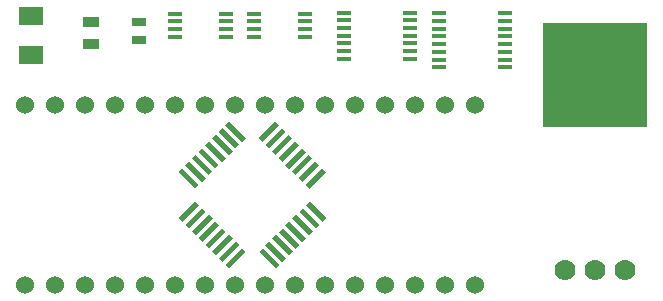
<source format=gts>
G04 (created by PCBNEW (2013-07-07 BZR 4022)-stable) date 1/29/2014 11:29:55 AM*
%MOIN*%
G04 Gerber Fmt 3.4, Leading zero omitted, Abs format*
%FSLAX34Y34*%
G01*
G70*
G90*
G04 APERTURE LIST*
%ADD10C,0.00590551*%
%ADD11R,0.08X0.06*%
%ADD12R,0.055X0.035*%
%ADD13R,0.045X0.025*%
%ADD14R,0.05X0.015*%
%ADD15C,0.07*%
%ADD16R,0.35X0.35*%
%ADD17R,0.0512X0.0118*%
%ADD18C,0.06*%
G04 APERTURE END LIST*
G54D10*
G36*
X69316Y-54954D02*
X69191Y-54829D01*
X69747Y-54272D01*
X69873Y-54397D01*
X69316Y-54954D01*
X69316Y-54954D01*
G37*
G36*
X69093Y-54731D02*
X68968Y-54606D01*
X69525Y-54049D01*
X69650Y-54175D01*
X69093Y-54731D01*
X69093Y-54731D01*
G37*
G36*
X68871Y-54508D02*
X68745Y-54383D01*
X69302Y-53827D01*
X69427Y-53952D01*
X68871Y-54508D01*
X68871Y-54508D01*
G37*
G36*
X68648Y-54286D02*
X68523Y-54160D01*
X69079Y-53604D01*
X69204Y-53729D01*
X68648Y-54286D01*
X68648Y-54286D01*
G37*
G36*
X68425Y-54063D02*
X68300Y-53938D01*
X68856Y-53381D01*
X68982Y-53506D01*
X68425Y-54063D01*
X68425Y-54063D01*
G37*
G36*
X68202Y-53840D02*
X68077Y-53715D01*
X68634Y-53159D01*
X68759Y-53284D01*
X68202Y-53840D01*
X68202Y-53840D01*
G37*
G36*
X67980Y-53617D02*
X67854Y-53492D01*
X68411Y-52936D01*
X68536Y-53061D01*
X67980Y-53617D01*
X67980Y-53617D01*
G37*
G36*
X67757Y-53395D02*
X67632Y-53270D01*
X68188Y-52713D01*
X68313Y-52838D01*
X67757Y-53395D01*
X67757Y-53395D01*
G37*
G36*
X70421Y-50733D02*
X70296Y-50608D01*
X70853Y-50051D01*
X70978Y-50177D01*
X70421Y-50733D01*
X70421Y-50733D01*
G37*
G36*
X71984Y-52296D02*
X71859Y-52171D01*
X72415Y-51614D01*
X72540Y-51739D01*
X71984Y-52296D01*
X71984Y-52296D01*
G37*
G36*
X71758Y-52070D02*
X71633Y-51944D01*
X72189Y-51388D01*
X72314Y-51513D01*
X71758Y-52070D01*
X71758Y-52070D01*
G37*
G36*
X71531Y-51843D02*
X71406Y-51718D01*
X71963Y-51162D01*
X72088Y-51287D01*
X71531Y-51843D01*
X71531Y-51843D01*
G37*
G36*
X71312Y-51624D02*
X71187Y-51499D01*
X71744Y-50942D01*
X71869Y-51068D01*
X71312Y-51624D01*
X71312Y-51624D01*
G37*
G36*
X71086Y-51398D02*
X70961Y-51273D01*
X71517Y-50716D01*
X71642Y-50841D01*
X71086Y-51398D01*
X71086Y-51398D01*
G37*
G36*
X70867Y-51179D02*
X70742Y-51053D01*
X71298Y-50497D01*
X71423Y-50622D01*
X70867Y-51179D01*
X70867Y-51179D01*
G37*
G36*
X70640Y-50952D02*
X70515Y-50827D01*
X71072Y-50271D01*
X71197Y-50396D01*
X70640Y-50952D01*
X70640Y-50952D01*
G37*
G36*
X68185Y-52283D02*
X67629Y-51727D01*
X67754Y-51601D01*
X68311Y-52158D01*
X68185Y-52283D01*
X68185Y-52283D01*
G37*
G36*
X68407Y-52061D02*
X67851Y-51505D01*
X67976Y-51379D01*
X68533Y-51936D01*
X68407Y-52061D01*
X68407Y-52061D01*
G37*
G36*
X68631Y-51838D02*
X68074Y-51281D01*
X68200Y-51156D01*
X68756Y-51712D01*
X68631Y-51838D01*
X68631Y-51838D01*
G37*
G36*
X68853Y-51616D02*
X68296Y-51059D01*
X68422Y-50934D01*
X68978Y-51490D01*
X68853Y-51616D01*
X68853Y-51616D01*
G37*
G36*
X69076Y-51392D02*
X68520Y-50836D01*
X68645Y-50711D01*
X69201Y-51267D01*
X69076Y-51392D01*
X69076Y-51392D01*
G37*
G36*
X69298Y-51170D02*
X68742Y-50614D01*
X68867Y-50488D01*
X69424Y-51045D01*
X69298Y-51170D01*
X69298Y-51170D01*
G37*
G36*
X69522Y-50947D02*
X68965Y-50390D01*
X69090Y-50265D01*
X69647Y-50822D01*
X69522Y-50947D01*
X69522Y-50947D01*
G37*
G36*
X69744Y-50725D02*
X69187Y-50168D01*
X69312Y-50043D01*
X69869Y-50600D01*
X69744Y-50725D01*
X69744Y-50725D01*
G37*
G36*
X70860Y-54955D02*
X70303Y-54398D01*
X70428Y-54273D01*
X70985Y-54829D01*
X70860Y-54955D01*
X70860Y-54955D01*
G37*
G36*
X71079Y-54735D02*
X70522Y-54179D01*
X70648Y-54054D01*
X71204Y-54610D01*
X71079Y-54735D01*
X71079Y-54735D01*
G37*
G36*
X71305Y-54509D02*
X70749Y-53953D01*
X70874Y-53827D01*
X71430Y-54384D01*
X71305Y-54509D01*
X71305Y-54509D01*
G37*
G36*
X71524Y-54290D02*
X70968Y-53733D01*
X71093Y-53608D01*
X71649Y-54165D01*
X71524Y-54290D01*
X71524Y-54290D01*
G37*
G36*
X71744Y-54071D02*
X71187Y-53514D01*
X71312Y-53389D01*
X71869Y-53946D01*
X71744Y-54071D01*
X71744Y-54071D01*
G37*
G36*
X71970Y-53844D02*
X71413Y-53288D01*
X71538Y-53163D01*
X72095Y-53719D01*
X71970Y-53844D01*
X71970Y-53844D01*
G37*
G36*
X72196Y-53618D02*
X71640Y-53062D01*
X71765Y-52936D01*
X72321Y-53493D01*
X72196Y-53618D01*
X72196Y-53618D01*
G37*
G36*
X72422Y-53392D02*
X71866Y-52835D01*
X71991Y-52710D01*
X72548Y-53267D01*
X72422Y-53392D01*
X72422Y-53392D01*
G37*
G54D11*
X62700Y-47850D03*
X62700Y-46550D03*
G54D12*
X64700Y-46725D03*
X64700Y-47475D03*
G54D13*
X66300Y-46750D03*
X66300Y-47350D03*
G54D14*
X71850Y-47234D03*
X71850Y-46978D03*
X71850Y-46722D03*
X71850Y-46466D03*
X70150Y-46466D03*
X70150Y-46722D03*
X70150Y-46978D03*
X70150Y-47234D03*
X78502Y-48246D03*
X78502Y-47990D03*
X78502Y-47734D03*
X78502Y-47478D03*
X78502Y-47222D03*
X78502Y-46966D03*
X78502Y-46710D03*
X78502Y-46454D03*
X76298Y-46454D03*
X76298Y-46710D03*
X76298Y-46966D03*
X76298Y-47222D03*
X76298Y-47478D03*
X76298Y-47734D03*
X76298Y-47990D03*
X76298Y-48246D03*
G54D15*
X82500Y-55000D03*
X80500Y-55000D03*
X81500Y-55000D03*
G54D16*
X81500Y-48500D03*
G54D14*
X69200Y-47234D03*
X69200Y-46978D03*
X69200Y-46722D03*
X69200Y-46466D03*
X67500Y-46466D03*
X67500Y-46722D03*
X67500Y-46978D03*
X67500Y-47234D03*
G54D17*
X75350Y-47960D03*
X75350Y-47710D03*
X75350Y-47450D03*
X75350Y-47200D03*
X75350Y-46940D03*
X75350Y-46685D03*
X75350Y-46430D03*
X73150Y-46430D03*
X73150Y-46685D03*
X73150Y-46940D03*
X73150Y-47200D03*
X73150Y-47455D03*
X73150Y-47710D03*
X73150Y-47965D03*
G54D18*
X62500Y-55500D03*
X63500Y-55500D03*
X64500Y-55500D03*
X65500Y-55500D03*
X66500Y-55500D03*
X67500Y-55500D03*
X68500Y-55500D03*
X69500Y-55500D03*
X70500Y-55500D03*
X71500Y-55500D03*
X72500Y-55500D03*
X73500Y-55500D03*
X74500Y-55500D03*
X75500Y-55500D03*
X76500Y-55500D03*
X77500Y-55500D03*
X77500Y-49500D03*
X76500Y-49500D03*
X75500Y-49500D03*
X74500Y-49500D03*
X73500Y-49500D03*
X72500Y-49500D03*
X71500Y-49500D03*
X70500Y-49500D03*
X69500Y-49500D03*
X68500Y-49500D03*
X67500Y-49500D03*
X66500Y-49500D03*
X65500Y-49500D03*
X64500Y-49500D03*
X63500Y-49500D03*
X62500Y-49500D03*
M02*

</source>
